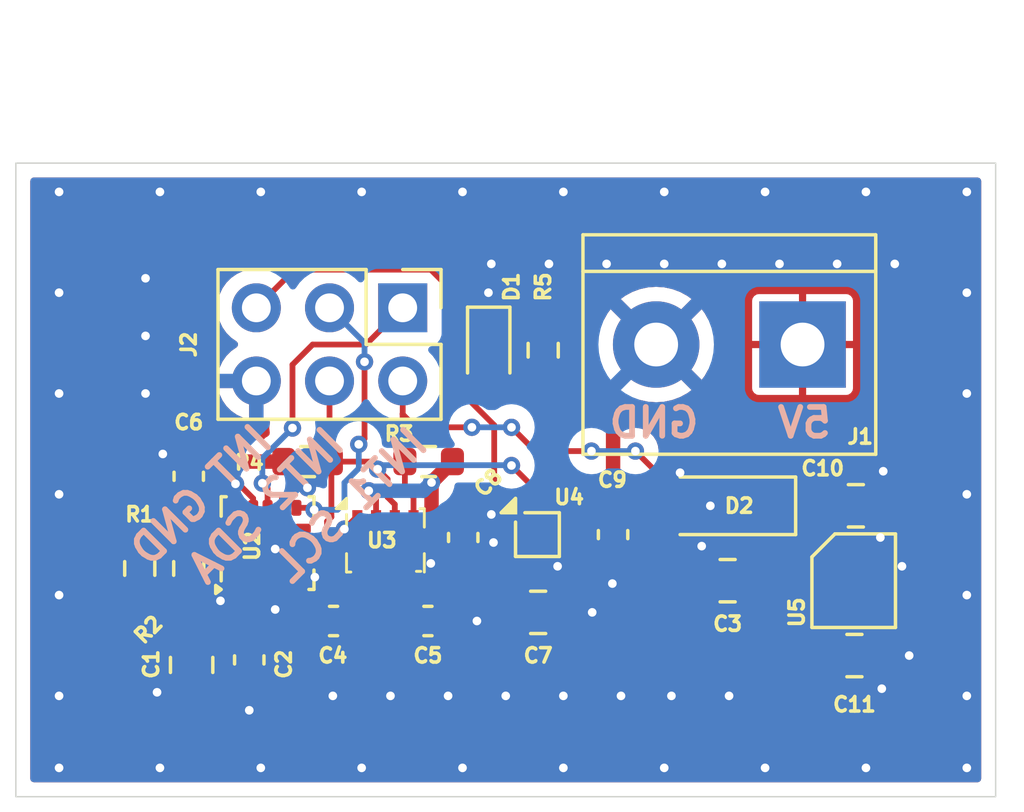
<source format=kicad_pcb>
(kicad_pcb (version 20240108) (generator "pcbnew") (generator_version "8.0")
  (layers (0 "F.Cu" signal) (31 "B.Cu" signal) (34 "B.Paste" user) (35 "F.Paste" user) (36 "B.SilkS" user "B.Silkscreen") (37 "F.SilkS" user "F.Silkscreen") (38 "B.Mask" user) (39 "F.Mask" user) (44 "Edge.Cuts" user))
  (net 0 "")
  (net 1 "GND")
  (net 2 "+1V8")
  (net 3 "VCC")
  (net 4 "Net-(U4-CRST)")
  (net 5 "/PWR_GOOD")
  (net 6 "/LIS3DH_INT1")
  (net 7 "/BMM350_INT")
  (net 8 "I2C_SDA")
  (net 9 "I2C_SCL")
  (net 10 "/LIS3DH_INT2")
  (net 11 "Net-(U2-ADC1)")
  (footprint "Resistor_SMD:R_0603_1608Metric" (layer "F.Cu") (at 148.5 74.574999 -90)
    (property "Reference" "R2" (at 2.125001 1.4 -135) (layer "F.SilkS") (effects (font (size 0.5 0.5))))
    (property "Value" "1M")
    (fp_line (start -0.237258 0.5225) (end 0.237258 0.5225) (stroke (width 0.12)) (layer "F.SilkS"))
    (fp_line (start -0.237258 -0.5225) (end 0.237258 -0.5225) (stroke (width 0.12)) (layer "F.SilkS"))
    (pad "1" smd roundrect (at -0.825 0 270) (size 0.8 0.95) (layers "F.Cu" "F.Paste" "F.Mask") (net 11 "Net-(U2-ADC1)"))
    (pad "2" smd roundrect (at 0.825 0 270) (size 0.8 0.95) (layers "F.Cu" "F.Paste" "F.Mask") (net 1 "GND"))
  )
  (footprint "Package_LGA:LGA-16_3x3mm_P0.5mm_LayoutBorder3x5y" (layer "F.Cu") (at 151.235001 73.695 90)
    (property "Reference" "U2" (at -0.105 -0.535001 90) (layer "F.SilkS") (effects (font (size 0.5 0.5))))
    (property "Value" "LIS3DH")
    (fp_line (start 1.61 -1.61) (end 1.61 -1.435) (stroke (width 0.12)) (layer "F.SilkS"))
    (fp_line (start 0.935 -1.61) (end 1.61 -1.61) (stroke (width 0.12)) (layer "F.SilkS"))
    (fp_line (start -0.935 -1.61) (end -1.31 -1.61) (stroke (width 0.12)) (layer "F.SilkS"))
    (fp_line (start 1.61 1.61) (end 1.61 1.435) (stroke (width 0.12)) (layer "F.SilkS"))
    (fp_line (start 0.935 1.61) (end 1.61 1.61) (stroke (width 0.12)) (layer "F.SilkS"))
    (fp_line (start -0.935 1.61) (end -1.61 1.61) (stroke (width 0.12)) (layer "F.SilkS"))
    (fp_line (start -1.61 1.61) (end -1.61 1.435) (stroke (width 0.12)) (layer "F.SilkS"))
    (fp_poly (pts (xy -1.61 -1.61) (xy -1.75 -1.8) (xy -1.47 -1.8) (xy -1.61 -1.61)) (stroke (width 0.12)) (fill solid) (layer "F.SilkS"))
    (pad "1" smd roundrect (at -1.225 -1 90) (size 0.55 0.35) (layers "F.Cu" "F.Paste" "F.Mask") (net 2 "+1V8"))
    (pad "2" smd roundrect (at -1.225 -0.5 90) (size 0.55 0.35) (layers "F.Cu" "F.Paste" "F.Mask"))
    (pad "3" smd roundrect (at -1.225 0 90) (size 0.55 0.35) (layers "F.Cu" "F.Paste" "F.Mask"))
    (pad "4" smd roundrect (at -1.225 0.5 90) (size 0.55 0.35) (layers "F.Cu" "F.Paste" "F.Mask") (net 9 "I2C_SCL"))
    (pad "5" smd roundrect (at -1.225 1 90) (size 0.55 0.35) (layers "F.Cu" "F.Paste" "F.Mask") (net 1 "GND"))
    (pad "6" smd roundrect (at -0.5 1.225 90) (size 0.35 0.55) (layers "F.Cu" "F.Paste" "F.Mask") (net 8 "I2C_SDA"))
    (pad "7" smd roundrect (at 0 1.225 90) (size 0.35 0.55) (layers "F.Cu" "F.Paste" "F.Mask") (net 1 "GND"))
    (pad "8" smd roundrect (at 0.5 1.225 90) (size 0.35 0.55) (layers "F.Cu" "F.Paste" "F.Mask") (net 2 "+1V8"))
    (pad "9" smd roundrect (at 1.225 1 90) (size 0.55 0.35) (layers "F.Cu" "F.Paste" "F.Mask") (net 10 "/LIS3DH_INT2"))
    (pad "10" smd roundrect (at 1.225 0.5 90) (size 0.55 0.35) (layers "F.Cu" "F.Paste" "F.Mask") (net 1 "GND"))
    (pad "11" smd roundrect (at 1.225 0 90) (size 0.55 0.35) (layers "F.Cu" "F.Paste" "F.Mask") (net 6 "/LIS3DH_INT1"))
    (pad "12" smd roundrect (at 1.225 -0.5 90) (size 0.55 0.35) (layers "F.Cu" "F.Paste" "F.Mask") (net 1 "GND"))
    (pad "13" smd roundrect (at 1.225 -1 90) (size 0.55 0.35) (layers "F.Cu" "F.Paste" "F.Mask"))
    (pad "14" smd roundrect (at 0.5 -1.225 90) (size 0.35 0.55) (layers "F.Cu" "F.Paste" "F.Mask") (net 2 "+1V8"))
    (pad "15" smd roundrect (at 0 -1.225 90) (size 0.35 0.55) (layers "F.Cu" "F.Paste" "F.Mask"))
    (pad "16" smd roundrect (at -0.5 -1.225 90) (size 0.35 0.55) (layers "F.Cu" "F.Paste" "F.Mask") (net 11 "Net-(U2-ADC1)"))
  )
  (footprint "Capacitor_SMD:C_0603_1608Metric" (layer "F.Cu") (at 153.525 76.4)
    (property "Reference" "C4" (at -0.025 1.2 0) (layer "F.SilkS") (effects (font (size 0.5 0.5))))
    (property "Value" "100nF")
    (fp_line (start -0.14058 -0.51) (end 0.14058 -0.51) (stroke (width 0.12)) (layer "F.SilkS"))
    (fp_line (start -0.14058 0.51) (end 0.14058 0.51) (stroke (width 0.12)) (layer "F.SilkS"))
    (pad "1" smd roundrect (at -0.775 0) (size 0.9 0.95) (layers "F.Cu" "F.Paste" "F.Mask") (net 1 "GND"))
    (pad "2" smd roundrect (at 0.775 0) (size 0.9 0.95) (layers "F.Cu" "F.Paste" "F.Mask") (net 2 "+1V8"))
  )
  (footprint "Resistor_SMD:R_0603_1608Metric" (layer "F.Cu") (at 146.8 74.575 90)
    (property "Reference" "R1" (at 1.875 0 180) (layer "F.SilkS") (effects (font (size 0.5 0.5))))
    (property "Value" "1M")
    (fp_line (start -0.237258 -0.5225) (end 0.237258 -0.5225) (stroke (width 0.12)) (layer "F.SilkS"))
    (fp_line (start -0.237258 0.5225) (end 0.237258 0.5225) (stroke (width 0.12)) (layer "F.SilkS"))
    (pad "1" smd roundrect (at -0.825 0 90) (size 0.8 0.95) (layers "F.Cu" "F.Paste" "F.Mask") (net 2 "+1V8"))
    (pad "2" smd roundrect (at 0.825 0 90) (size 0.8 0.95) (layers "F.Cu" "F.Paste" "F.Mask") (net 11 "Net-(U2-ADC1)"))
  )
  (footprint "Capacitor_SMD:C_0805_2012Metric" (layer "F.Cu") (at 167.2 75 180)
    (property "Reference" "C3" (at 0 -1.5 360) (layer "F.SilkS") (effects (font (size 0.5 0.5))))
    (property "Value" "10uF")
    (fp_line (start -0.261253 0.735) (end 0.261253 0.735) (stroke (width 0.12)) (layer "F.SilkS"))
    (fp_line (start -0.261253 -0.735) (end 0.261253 -0.735) (stroke (width 0.12)) (layer "F.SilkS"))
    (pad "1" smd roundrect (at -0.949999 0 180) (size 1 1.45) (layers "F.Cu" "F.Paste" "F.Mask") (net 3 "VCC"))
    (pad "2" smd roundrect (at 0.949999 0 180) (size 1 1.45) (layers "F.Cu" "F.Paste" "F.Mask") (net 1 "GND"))
  )
  (footprint "Package_LGA:Bosch_LGA-8_2x2.5mm_P0.65mm_ClockwisePinNumbering" (layer "F.Cu") (at 155.325 73.6)
    (property "Reference" "U3" (at -0.125 0 0) (layer "F.SilkS") (effects (font (size 0.5 0.5) (thickness 0.125))))
    (property "Value" "BMP280")
    (fp_line (start -1.35 -0.46) (end -1.35 -0.9) (stroke (width 0.1)) (layer "F.SilkS"))
    (fp_line (start -1.35 1.1) (end -1.35 0.46) (stroke (width 0.1)) (layer "F.SilkS"))
    (fp_line (start -1.35 1.1) (end -1.2 1.1) (stroke (width 0.1)) (layer "F.SilkS"))
    (fp_line (start 1.075 1.075) (end 1.225 1.075) (stroke (width 0.1)) (layer "F.SilkS"))
    (fp_line (start 1.2 -1.1) (end 1.35 -1.1) (stroke (width 0.1)) (layer "F.SilkS"))
    (fp_line (start 1.35 -0.46) (end 1.35 -1.1) (stroke (width 0.1)) (layer "F.SilkS"))
    (fp_line (start 1.35 1.1) (end 1.35 0.46) (stroke (width 0.1)) (layer "F.SilkS"))
    (fp_poly (pts (xy -1.35 -1.1) (xy -1.71 -1.1) (xy -1.35 -1.46) (xy -1.35 -1.1)) (stroke (width 0.1)) (fill solid) (layer "F.SilkS"))
    (pad "1" smd rect (at -0.975 -0.8 90) (size 0.5 0.35) (layers "F.Cu" "F.Paste" "F.Mask") (net 1 "GND"))
    (pad "2" smd rect (at -0.325 -0.8 90) (size 0.5 0.35) (layers "F.Cu" "F.Paste" "F.Mask") (net 2 "+1V8"))
    (pad "3" smd rect (at 0.325 -0.8 90) (size 0.5 0.35) (layers "F.Cu" "F.Paste" "F.Mask") (net 8 "I2C_SDA"))
    (pad "4" smd rect (at 0.975 -0.8 90) (size 0.5 0.35) (layers "F.Cu" "F.Paste" "F.Mask") (net 9 "I2C_SCL"))
    (pad "5" smd rect (at 0.975 0.8 90) (size 0.5 0.35) (layers "F.Cu" "F.Paste" "F.Mask") (net 1 "GND"))
    (pad "6" smd rect (at 0.325 0.8 90) (size 0.5 0.35) (layers "F.Cu" "F.Paste" "F.Mask") (net 2 "+1V8"))
    (pad "7" smd rect (at -0.325 0.8 90) (size 0.5 0.35) (layers "F.Cu" "F.Paste" "F.Mask") (net 1 "GND"))
    (pad "8" smd rect (at -0.975 0.8 90) (size 0.5 0.35) (layers "F.Cu" "F.Paste" "F.Mask") (net 2 "+1V8"))
  )
  (footprint "Capacitor_SMD:C_0603_1608Metric" (layer "F.Cu") (at 163.225 73.4 90)
    (property "Reference" "C9" (at 1.9 -0.025 180) (layer "F.SilkS") (effects (font (size 0.5 0.5))))
    (property "Value" "100nF")
    (fp_line (start -0.140581 -0.51) (end 0.140581 -0.51) (stroke (width 0.12)) (layer "F.SilkS"))
    (fp_line (start -0.140581 0.51) (end 0.140581 0.51) (stroke (width 0.12)) (layer "F.SilkS"))
    (pad "1" smd roundrect (at -0.775 0 90) (size 0.9 0.95) (layers "F.Cu" "F.Paste" "F.Mask") (net 1 "GND"))
    (pad "2" smd roundrect (at 0.775 0 90) (size 0.9 0.95) (layers "F.Cu" "F.Paste" "F.Mask") (net 2 "+1V8"))
  )
  (footprint "Capacitor_SMD:C_0805_2012Metric" (layer "F.Cu") (at 171.65 72.4)
    (property "Reference" "C10" (at -1.15 -1.3 360) (layer "F.SilkS") (effects (font (size 0.5 0.5))))
    (property "Value" "4.7uF")
    (fp_line (start -0.261253 -0.735) (end 0.261253 -0.735) (stroke (width 0.12)) (layer "F.SilkS"))
    (fp_line (start -0.261253 0.735) (end 0.261253 0.735) (stroke (width 0.12)) (layer "F.SilkS"))
    (pad "1" smd roundrect (at -0.949999 0) (size 1 1.45) (layers "F.Cu" "F.Paste" "F.Mask") (net 3 "VCC"))
    (pad "2" smd roundrect (at 0.949999 0) (size 1 1.45) (layers "F.Cu" "F.Paste" "F.Mask") (net 1 "GND"))
  )
  (footprint "Connector_PinHeader_2.54mm:PinHeader_2x03_P2.54mm_Vertical" (layer "F.Cu") (at 155.925 65.525 -90)
    (property "Reference" "J2" (at 1.275 7.425 90) (layer "F.SilkS") (effects (font (size 0.5 0.5))))
    (property "Value" "Conn_02x03_Counter_Clockwise")
    (fp_line (start -1.33 6.409999) (end 3.87 6.41) (stroke (width 0.12)) (layer "F.SilkS"))
    (fp_line (start -1.33 1.270001) (end -1.33 6.409999) (stroke (width 0.12)) (layer "F.SilkS"))
    (fp_line (start -1.33 1.270001) (end 1.27 1.27) (stroke (width 0.12)) (layer "F.SilkS"))
    (fp_line (start 1.27 1.27) (end 1.270001 -1.33) (stroke (width 0.12)) (layer "F.SilkS"))
    (fp_line (start -1.33 0) (end -1.33 -1.33) (stroke (width 0.12)) (layer "F.SilkS"))
    (fp_line (start -1.33 -1.33) (end 0 -1.33) (stroke (width 0.12)) (layer "F.SilkS"))
    (fp_line (start 1.270001 -1.33) (end 3.87 -1.33) (stroke (width 0.12)) (layer "F.SilkS"))
    (fp_line (start 3.87 -1.33) (end 3.87 6.41) (stroke (width 0.12)) (layer "F.SilkS"))
    (pad "1" thru_hole rect (at 0 0 270) (size 1.7 1.7) (drill 1) (layers "*.Cu" "*.Mask") (net 6 "/LIS3DH_INT1"))
    (pad "2" thru_hole oval (at 2.54 0 270) (size 1.7 1.7) (drill 1) (layers "*.Cu" "*.Mask") (net 9 "I2C_SCL"))
    (pad "3" thru_hole oval (at 0 2.54 270) (size 1.7 1.7) (drill 1) (layers "*.Cu" "*.Mask") (net 10 "/LIS3DH_INT2"))
    (pad "4" thru_hole oval (at 2.54 2.54 270) (size 1.7 1.7) (drill 1) (layers "*.Cu" "*.Mask") (net 8 "I2C_SDA"))
    (pad "5" thru_hole oval (at 0 5.079999 270) (size 1.7 1.7) (drill 1) (layers "*.Cu" "*.Mask") (net 7 "/BMM350_INT"))
    (pad "6" thru_hole oval (at 2.54 5.08 270) (size 1.7 1.7) (drill 1) (layers "*.Cu" "*.Mask") (net 1 "GND"))
  )
  (footprint "Capacitor_SMD:C_0603_1608Metric" (layer "F.Cu") (at 158.025 73.5 90)
    (property "Reference" "C8" (at 1.9 0.875 -135) (layer "F.SilkS") (effects (font (size 0.5 0.5))))
    (property "Value" "100nF")
    (fp_line (start -0.140581 -0.51) (end 0.140581 -0.51) (stroke (width 0.12)) (layer "F.SilkS"))
    (fp_line (start -0.140581 0.51) (end 0.140581 0.51) (stroke (width 0.12)) (layer "F.SilkS"))
    (pad "1" smd roundrect (at -0.775 0 90) (size 0.9 0.95) (layers "F.Cu" "F.Paste" "F.Mask") (net 2 "+1V8"))
    (pad "2" smd roundrect (at 0.775 0 90) (size 0.9 0.95) (layers "F.Cu" "F.Paste" "F.Mask") (net 1 "GND"))
  )
  (footprint "Resistor_SMD:R_0603_1608Metric" (layer "F.Cu") (at 156.825 70.865 180)
    (property "Reference" "R3" (at 1.025 0.965 360) (layer "F.SilkS") (effects (font (size 0.5 0.5))))
    (property "Value" "10k")
    (fp_line (start -0.237258 0.5225) (end 0.237258 0.5225) (stroke (width 0.12)) (layer "F.SilkS"))
    (fp_line (start -0.237258 -0.5225) (end 0.237258 -0.5225) (stroke (width 0.12)) (layer "F.SilkS"))
    (pad "1" smd roundrect (at -0.825 0 180) (size 0.8 0.95) (layers "F.Cu" "F.Paste" "F.Mask") (net 2 "+1V8"))
    (pad "2" smd roundrect (at 0.825 0 180) (size 0.8 0.95) (layers "F.Cu" "F.Paste" "F.Mask") (net 9 "I2C_SCL"))
  )
  (footprint "LED_SMD:LED_0603_1608Metric" (layer "F.Cu") (at 158.91 66.987501 -90)
    (property "Reference" "D1" (at -2.187501 -0.79 90) (layer "F.SilkS") (effects (font (size 0.5 0.5))))
    (property "Value" "LED")
    (fp_line (start -1.485 0.735) (end 0.8 0.735) (stroke (width 0.12)) (layer "F.SilkS"))
    (fp_line (start -1.485 -0.735) (end -1.485 0.735) (stroke (width 0.12)) (layer "F.SilkS"))
    (fp_line (start 0.8 -0.735) (end -1.485 -0.735) (stroke (width 0.12)) (layer "F.SilkS"))
    (pad "1" smd roundrect (at -0.787501 0 270) (size 0.875 0.95) (layers "F.Cu" "F.Paste" "F.Mask") (net 1 "GND"))
    (pad "2" smd roundrect (at 0.787501 0 270) (size 0.875 0.95) (layers "F.Cu" "F.Paste" "F.Mask") (net 5 "/PWR_GOOD"))
  )
  (footprint "Capacitor_SMD:C_0805_2012Metric" (layer "F.Cu") (at 160.625 76.1 180)
    (property "Reference" "C7" (at 0 -1.5 360) (layer "F.SilkS") (effects (font (size 0.5 0.5))))
    (property "Value" "2.2uF")
    (fp_line (start -0.261253 0.735) (end 0.261253 0.735) (stroke (width 0.12)) (layer "F.SilkS"))
    (fp_line (start -0.261253 -0.735) (end 0.261253 -0.735) (stroke (width 0.12)) (layer "F.SilkS"))
    (pad "1" smd roundrect (at -0.949999 0 180) (size 1 1.45) (layers "F.Cu" "F.Paste" "F.Mask") (net 1 "GND"))
    (pad "2" smd roundrect (at 0.949999 0 180) (size 1 1.45) (layers "F.Cu" "F.Paste" "F.Mask") (net 4 "Net-(U4-CRST)"))
  )
  (footprint "TerminalBlock:TerminalBlock_bornier-2_P5.08mm" (layer "F.Cu") (at 169.8 66.8 180)
    (property "Reference" "J1" (at -2 -3.2 360) (layer "F.SilkS") (effects (font (size 0.5 0.5))))
    (property "Value" "Screw_Terminal_01x02")
    (fp_line (start 7.62 3.81) (end 7.62 -3.81) (stroke (width 0.12)) (layer "F.SilkS"))
    (fp_line (start 7.62 2.54) (end -2.54 2.54) (stroke (width 0.12)) (layer "F.SilkS"))
    (fp_line (start 7.62 -3.81) (end -2.54 -3.81) (stroke (width 0.12)) (layer "F.SilkS"))
    (fp_line (start -2.54 3.81) (end 7.62 3.81) (stroke (width 0.12)) (layer "F.SilkS"))
    (fp_line (start -2.54 -3.81) (end -2.54 3.81) (stroke (width 0.12)) (layer "F.SilkS"))
    (pad "1" thru_hole rect (at 0 0 180) (size 3 3) (drill 1.52) (layers "*.Cu" "*.Mask") (net 3 "VCC"))
    (pad "2" thru_hole circle (at 5.079999 0 180) (size 3 3) (drill 1.52) (layers "*.Cu" "*.Mask") (net 1 "GND"))
  )
  (footprint "Capacitor_SMD:C_0805_2012Metric" (layer "F.Cu") (at 171.6 77.6)
    (property "Reference" "C11" (at 0 1.7 360) (layer "F.SilkS") (effects (font (size 0.5 0.5))))
    (property "Value" "22uF")
    (fp_line (start -0.261253 -0.735) (end 0.261253 -0.735) (stroke (width 0.12)) (layer "F.SilkS"))
    (fp_line (start -0.261253 0.735) (end 0.261253 0.735) (stroke (width 0.12)) (layer "F.SilkS"))
    (pad "1" smd roundrect (at -0.949999 0) (size 1 1.45) (layers "F.Cu" "F.Paste" "F.Mask") (net 2 "+1V8"))
    (pad "2" smd roundrect (at 0.949999 0) (size 1 1.45) (layers "F.Cu" "F.Paste" "F.Mask") (net 1 "GND"))
  )
  (footprint "Resistor_SMD:R_0603_1608Metric" (layer "F.Cu") (at 152.625 70.865)
    (property "Reference" "R4" (at -2.025 0.035 0) (layer "F.SilkS") (effects (font (size 0.5 0.5))))
    (property "Value" "10k")
    (fp_line (start -0.237258 -0.5225) (end 0.237258 -0.5225) (stroke (width 0.12)) (layer "F.SilkS"))
    (fp_line (start -0.237258 0.5225) (end 0.237258 0.5225) (stroke (width 0.12)) (layer "F.SilkS"))
    (pad "1" smd roundrect (at -0.825 0) (size 0.8 0.95) (layers "F.Cu" "F.Paste" "F.Mask") (net 2 "+1V8"))
    (pad "2" smd roundrect (at 0.825 0) (size 0.8 0.95) (layers "F.Cu" "F.Paste" "F.Mask") (net 8 "I2C_SDA"))
  )
  (footprint "Package_CSP:WLCSP-9_1.21x1.22mm_P0.4mm" (layer "F.Cu") (at 160.6 73.4)
    (property "Reference" "U4" (at 1.1 -1.3 0) (layer "F.SilkS") (effects (font (size 0.5 0.5))))
    (property "Value" "BMM350")
    (fp_line (start -0.76 0.76) (end -0.76 -0.435) (stroke (width 0.12)) (layer "F.SilkS"))
    (fp_line (start -0.435 -0.76) (end 0.76 -0.76) (stroke (width 0.12)) (layer "F.SilkS"))
    (fp_line (start 0.76 -0.76) (end 0.76 0.76) (stroke (width 0.12)) (layer "F.SilkS"))
    (fp_line (start 0.76 0.76) (end -0.76 0.76) (stroke (width 0.12)) (layer "F.SilkS"))
    (fp_poly (pts (xy -0.76 -0.76) (xy -1.26 -0.76) (xy -0.76 -1.26) (xy -0.76 -0.76)) (stroke (width 0.12)) (fill solid) (layer "F.SilkS"))
    (pad "A1" smd circle (at -0.4 -0.4) (size 0.2 0.2) (property pad_prop_bga) (layers "F.Cu" "F.Paste" "F.Mask") (net 7 "/BMM350_INT"))
    (pad "A2" smd circle (at 0 -0.4) (size 0.2 0.2) (property pad_prop_bga) (layers "F.Cu" "F.Paste" "F.Mask") (net 8 "I2C_SDA"))
    (pad "A3" smd circle (at 0.4 -0.4) (size 0.2 0.2) (property pad_prop_bga) (layers "F.Cu" "F.Paste" "F.Mask") (net 9 "I2C_SCL"))
    (pad "B1" smd circle (at -0.4 0) (size 0.2 0.2) (property pad_prop_bga) (layers "F.Cu" "F.Paste" "F.Mask") (net 1 "GND"))
    (pad "B2" smd circle (at 0 0) (size 0.2 0.2) (property pad_prop_bga) (layers "F.Cu" "F.Paste" "F.Mask") (net 1 "GND"))
    (pad "B3" smd circle (at 0.4 0) (size 0.2 0.2) (property pad_prop_bga) (layers "F.Cu" "F.Paste" "F.Mask") (net 2 "+1V8"))
    (pad "C1" smd circle (at -0.4 0.4) (size 0.2 0.2) (property pad_prop_bga) (layers "F.Cu" "F.Paste" "F.Mask") (net 2 "+1V8"))
    (pad "C2" smd circle (at 0 0.4) (size 0.2 0.2) (property pad_prop_bga) (layers "F.Cu" "F.Paste" "F.Mask") (net 4 "Net-(U4-CRST)"))
    (pad "C3" smd circle (at 0.4 0.4) (size 0.2 0.2) (property pad_prop_bga) (layers "F.Cu" "F.Paste" "F.Mask") (net 1 "GND"))
  )
  (footprint "Capacitor_SMD:C_0603_1608Metric" (layer "F.Cu") (at 148.5 71.375 -90)
    (property "Reference" "C6" (at -1.875 0 180) (layer "F.SilkS") (effects (font (size 0.5 0.5))))
    (property "Value" "100nF")
    (fp_line (start -0.140581 0.51) (end 0.140581 0.51) (stroke (width 0.12)) (layer "F.SilkS"))
    (fp_line (start -0.140581 -0.51) (end 0.140581 -0.51) (stroke (width 0.12)) (layer "F.SilkS"))
    (pad "1" smd roundrect (at -0.775 0 270) (size 0.9 0.95) (layers "F.Cu" "F.Paste" "F.Mask") (net 1 "GND"))
    (pad "2" smd roundrect (at 0.775 0 270) (size 0.9 0.95) (layers "F.Cu" "F.Paste" "F.Mask") (net 2 "+1V8"))
  )
  (footprint "Capacitor_SMD:C_0603_1608Metric" (layer "F.Cu") (at 150.6 77.75 90)
    (property "Reference" "C2" (at -0.15 1.2 90) (layer "F.SilkS") (effects (font (size 0.5 0.5))))
    (property "Value" "100nF")
    (fp_line (start -0.140581 -0.51) (end 0.140581 -0.51) (stroke (width 0.12)) (layer "F.SilkS"))
    (fp_line (start -0.140581 0.51) (end 0.140581 0.51) (stroke (width 0.12)) (layer "F.SilkS"))
    (pad "1" smd roundrect (at -0.775 0 90) (size 0.9 0.95) (layers "F.Cu" "F.Paste" "F.Mask") (net 1 "GND"))
    (pad "2" smd roundrect (at 0.775 0 90) (size 0.9 0.95) (layers "F.Cu" "F.Paste" "F.Mask") (net 2 "+1V8"))
  )
  (footprint "Resistor_SMD:R_0603_1608Metric" (layer "F.Cu") (at 160.8 66.997501 -90)
    (property "Reference" "R5" (at -2.197501 0 90) (layer "F.SilkS") (effects (font (size 0.5 0.5))))
    (property "Value" "100k")
    (fp_line (start -0.237258 0.5225) (end 0.237258 0.5225) (stroke (width 0.12)) (layer "F.SilkS"))
    (fp_line (start -0.237258 -0.5225) (end 0.237258 -0.5225) (stroke (width 0.12)) (layer "F.SilkS"))
    (pad "1" smd roundrect (at -0.825 0 270) (size 0.8 0.95) (layers "F.Cu" "F.Paste" "F.Mask") (net 2 "+1V8"))
    (pad "2" smd roundrect (at 0.825 0 270) (size 0.8 0.95) (layers "F.Cu" "F.Paste" "F.Mask") (net 5 "/PWR_GOOD"))
  )
  (footprint "Capacitor_SMD:C_0603_1608Metric" (layer "F.Cu") (at 156.8 76.4 180)
    (property "Reference" "C5" (at 0 -1.2 360) (layer "F.SilkS") (effects (font (size 0.5 0.5))))
    (property "Value" "100nF")
    (fp_line (start -0.140581 0.51) (end 0.140581 0.51) (stroke (width 0.12)) (layer "F.SilkS"))
    (fp_line (start -0.140581 -0.51) (end 0.140581 -0.51) (stroke (width 0.12)) (layer "F.SilkS"))
    (pad "1" smd roundrect (at -0.775 0 180) (size 0.9 0.95) (layers "F.Cu" "F.Paste" "F.Mask") (net 1 "GND"))
    (pad "2" smd roundrect (at 0.775 0 180) (size 0.9 0.95) (layers "F.Cu" "F.Paste" "F.Mask") (net 2 "+1V8"))
  )
  (footprint "imu-geoloc_lib:uSIP10" (layer "F.Cu") (at 171.575 75 -90)
    (property "Reference" "U5" (at 1.1 1.975 90) (layer "F.SilkS") (effects (font (size 0.5 0.5))))
    (property "Value" "TPSM828212SILR")
    (fp_line (start -0.825 1.45) (end -1.625 0.65) (stroke (width 0.12)) (layer "F.SilkS"))
    (fp_line (start 1.625 1.45) (end -0.825 1.45) (stroke (width 0.12)) (layer "F.SilkS"))
    (fp_line (start -1.625 0.65) (end -1.625 -1.45) (stroke (width 0.12)) (layer "F.SilkS"))
    (fp_line (start -1.625 -1.45) (end 1.625 -1.45) (stroke (width 0.12)) (layer "F.SilkS"))
    (fp_line (start 1.625 -1.45) (end 1.625 1.45) (stroke (width 0.12)) (layer "F.SilkS"))
    (pad "1" smd rect (at -1 0.625 270) (size 0.25 0.65) (layers "F.Cu" "F.Paste" "F.Mask") (net 3 "VCC"))
    (pad "2" smd rect (at -0.5 0.625 270) (size 0.25 0.65) (layers "F.Cu" "F.Paste" "F.Mask") (net 3 "VCC"))
    (pad "3" smd rect (at 0 0.625 270) (size 0.25 0.65) (layers "F.Cu" "F.Paste" "F.Mask") (net 3 "VCC"))
    (pad "4" smd rect (at 0.5 0.625 270) (size 0.25 0.65) (layers "F.Cu" "F.Paste" "F.Mask") (net 5 "/PWR_GOOD"))
    (pad "5" smd rect (at 1 0.625 270) (size 0.25 0.65) (layers "F.Cu" "F.Paste" "F.Mask") (net 2 "+1V8"))
    (pad "6" smd rect (at 1 -0.625 270) (size 0.25 0.65) (layers "F.Cu" "F.Paste" "F.Mask") (net 2 "+1V8"))
    (pad "7" smd rect (at 0.5 -0.625 270) (size 0.25 0.65) (layers "F.Cu" "F.Paste" "F.Mask") (net 2 "+1V8"))
    (pad "8" smd rect (at 0 -0.625 270) (size 0.25 0.65) (layers "F.Cu" "F.Paste" "F.Mask") (net 2 "+1V8"))
    (pad "9" smd rect (at -0.5 -0.625 270) (size 0.25 0.65) (layers "F.Cu" "F.Paste" "F.Mask") (net 1 "GND"))
    (pad "10" smd rect (at -1 -0.625 270) (size 0.25 0.65) (layers "F.Cu" "F.Paste" "F.Mask") (net 1 "GND"))
  )
  (footprint "Capacitor_SMD:C_0805_2012Metric" (layer "F.Cu") (at 148.6 77.925 90)
    (property "Reference" "C1" (at 0.025 -1.4 90) (layer "F.SilkS") (effects (font (size 0.5 0.5))))
    (property "Value" "10uF")
    (fp_line (start -0.261253 -0.735) (end 0.261253 -0.735) (stroke (width 0.12)) (layer "F.SilkS"))
    (fp_line (start -0.261253 0.735) (end 0.261253 0.735) (stroke (width 0.12)) (layer "F.SilkS"))
    (pad "1" smd roundrect (at -0.949999 0 90) (size 1 1.45) (layers "F.Cu" "F.Paste" "F.Mask") (net 1 "GND"))
    (pad "2" smd roundrect (at 0.949999 0 90) (size 1 1.45) (layers "F.Cu" "F.Paste" "F.Mask") (net 2 "+1V8"))
  )
  (footprint "Diode_SMD:D_SOD-123" (layer "F.Cu") (at 167.2 72.4 180)
    (property "Reference" "D2" (at -0.4 0 360) (layer "F.SilkS") (effects (font (size 0.5 0.5))))
    (property "Value" "BZT52C5V1")
    (fp_line (start -2.36 1) (end 1.65 1) (stroke (width 0.12)) (layer "F.SilkS"))
    (fp_line (start -2.36 -1) (end 1.65 -1) (stroke (width 0.12)) (layer "F.SilkS"))
    (fp_line (start -2.36 -1) (end -2.36 1) (stroke (width 0.12)) (layer "F.SilkS"))
    (pad "1" smd roundrect (at -1.65 0 180) (size 0.9 1.2) (layers "F.Cu" "F.Paste" "F.Mask") (net 3 "VCC"))
    (pad "2" smd roundrect (at 1.65 0 180) (size 0.9 1.2) (layers "F.Cu" "F.Paste" "F.Mask") (net 1 "GND"))
  )
  (gr_rect (start 142.5 60.5) (end 176.5 82.5) (stroke (width 0.05)) (fill none) (layer "Edge.Cuts"))
  (gr_text "INT1 SCL" (at 157 70.3 45) (layer "B.SilkS") (effects (font (size 1 1) (thickness 0.2) (bold yes)) (justify left bottom mirror)))
  (gr_text "5V" (at 170.9 70.1 0) (layer "B.SilkS") (effects (font (size 1 1) (thickness 0.2) (bold yes)) (justify left bottom mirror)))
  (gr_text "INT GND" (at 151.6 70.2 45) (layer "B.SilkS") (effects (font (size 1 1) (thickness 0.2) (bold yes)) (justify left bottom mirror)))
  (gr_text "INT2 SDA" (at 154.1 70.3 45) (layer "B.SilkS") (effects (font (size 1 1) (thickness 0.2) (bold yes)) (justify left bottom mirror)))
  (gr_text "GND" (at 166.3 70.1 0) (layer "B.SilkS") (effects (font (size 1 1) (thickness 0.2) (bold yes)) (justify left bottom mirror)))
  (segment (start 172.2 74.5) (end 173.25 74.5) (width 0.2) (layer "F.Cu") (net 1))
  (segment (start 152.75 76.4) (end 151.9 76.4) (width 0.2) (layer "F.Cu") (net 1))
  (segment (start 161.3 74.5) (end 161.3 74.1) (width 0.2) (layer "F.Cu") (net 1))
  (segment (start 172.2 74) (end 172.2 73.8) (width 0.2) (layer "F.Cu") (net 1))
  (segment (start 155 74.4) (end 155 74) (width 0.2) (layer "F.Cu") (net 1))
  (segment (start 157.575 76.4) (end 158.5 76.4) (width 0.2) (layer "F.Cu") (net 1))
  (segment (start 151.705 73.695) (end 151.5 73.9) (width 0.2) (layer "F.Cu") (net 1))
  (segment (start 155 74) (end 155.15 73.85) (width 0.2) (layer "F.Cu") (net 1))
  (segment (start 155.15 73.85) (end 156.2 73.85) (width 0.2) (layer "F.Cu") (net 1))
  (segment (start 149.299999 75.399999) (end 149.6 75.7) (width 0.2) (layer "F.Cu") (net 1))
  (segment (start 156.3 74.4) (end 156.9 74.4) (width 0.2) (layer "F.Cu") (net 1))
  (segment (start 158.91 66.2) (end 158.91 65.01) (width 0.2) (layer "F.Cu") (net 1))
  (segment (start 163.225 74.175) (end 163.225 75.075) (width 0.2) (layer "F.Cu") (net 1))
  (segment (start 161.574999 76.1) (end 162.5 76.1) (width 0.2) (layer "F.Cu") (net 1))
  (segment (start 163.225 75.075) (end 163.2 75.1) (width 0.2) (layer "F.Cu") (net 1))
  (segment (start 172.6 71.2) (end 172.599999 71.200001) (width 0.2) (layer "F.Cu") (net 1))
  (segment (start 172.2 73.8) (end 172.5 73.5) (width 0.2) (layer "F.Cu") (net 1))
  (segment (start 166.250001 75) (end 166.250001 73.849999) (width 0.5) (layer "F.Cu") (net 1))
  (segment (start 172.549999 77.6) (end 173.5 77.6) (width 0.2) (layer "F.Cu") (net 1))
  (segment (start 172.549999 78.749999) (end 172.549999 77.6) (width 0.2) (layer "F.Cu") (net 1))
  (segment (start 161.3 74.1) (end 161 73.8) (width 0.2) (layer "F.Cu") (net 1))
  (segment (start 156.2 73.85) (end 156.3 73.95) (width 0.2) (layer "F.Cu") (net 1))
  (segment (start 148.5 70.6) (end 147.6 70.6) (width 0.2) (layer "F.Cu") (net 1))
  (segment (start 151.735001 72.144568) (end 152.106069 71.7735) (width 0.2) (layer "F.Cu") (net 1))
  (segment (start 166.250001 73.849999) (end 166.3 73.8) (width 0.5) (layer "F.Cu") (net 1))
  (segment (start 172.599999 71.200001) (end 172.599999 72.4) (width 0.2) (layer "F.Cu") (net 1))
  (segment (start 151.9 76.4) (end 151.5 76) (width 0.2) (layer "F.Cu") (net 1))
  (segment (start 152.106069 71.7735) (end 152.617473 71.7735) (width 0.2) (layer "F.Cu") (net 1))
  (segment (start 156.3 73.95) (end 156.3 74.4) (width 0.2) (layer "F.Cu") (net 1))
  (segment (start 150.6 78.525) (end 150.6 79.5) (width 0.2) (layer "F.Cu") (net 1))
  (segment (start 153.9 73.208392) (end 154.308392 72.8) (width 0.2) (layer "F.Cu") (net 1))
  (segment (start 152.235001 74.92) (end 152.83147 74.92) (width 0.2) (layer "F.Cu") (net 1))
  (segment (start 150.228264 71.637831) (end 150.735001 72.144568) (width 0.2) (layer "F.Cu") (net 1))
  (segment (start 159.075735 73.675) (end 159.350735 73.4) (width 0.2) (layer "F.Cu") (net 1))
  (segment (start 165.55 72.4) (end 166.6 72.4) (width 0.5) (layer "F.Cu") (net 1))
  (segment (start 165.55 71.25) (end 165.55 72.4) (width 0.5) (layer "F.Cu") (net 1))
  (segment (start 158.05 72.7) (end 158.025 72.725) (width 0.5) (layer "F.Cu") (net 1))
  (segment (start 160.6 73.4) (end 160.2 73.4) (width 0.2) (layer "F.Cu") (net 1))
  (segment (start 150.735001 72.144568) (end 150.735001 72.47) (width 0.2) (layer "F.Cu") (net 1))
  (segment (start 159 72.7) (end 158.05 72.7) (width 0.5) (layer "F.Cu") (net 1))
  (segment (start 151.735001 72.47) (end 151.735001 72.144568) (width 0.2) (layer "F.Cu") (net 1))
  (segment (start 147.4 78.874999) (end 148.6 78.874999) (width 0.2) (layer "F.Cu") (net 1))
  (segment (start 150.122831 71.637831) (end 150.228264 71.637831) (width 0.2) (layer "F.Cu") (net 1))
  (segment (start 158.91 65.01) (end 158.9 65) (width 0.2) (layer "F.Cu") (net 1))
  (segment (start 152.460001 73.695) (end 151.705 73.695) (width 0.2) (layer "F.Cu") (net 1))
  (segment (start 148.5 75.399999) (end 149.299999 75.399999) (width 0.2) (layer "F.Cu") (net 1))
  (segment (start 154.308392 72.8) (end 154.35 72.8) (width 0.2) (layer "F.Cu") (net 1))
  (segment (start 159.350735 73.4) (end 160.2 73.4) (width 0.2) (layer "F.Cu") (net 1))
  (segment (start 152.83147 74.92) (end 152.875735 74.875735) (width 0.2) (layer "F.Cu") (net 1))
  (via (at 154.499998 81.5) (size 0.6) (drill 0.3) (layers "F.Cu" "B.Cu") (net 1))
  (via (at 150.6 79.5) (size 0.6) (drill 0.3) (layers "F.Cu" "B.Cu") (net 1))
  (via (at 153.9 73.208392) (size 0.6) (drill 0.3) (layers "F.Cu" "B.Cu") (net 1))
  (via (at 175.5 72.000004) (size 0.6) (drill 0.3) (layers "F.Cu" "B.Cu") (net 1))
  (via (at 144 68.499999) (size 0.6) (drill 0.3) (layers "F.Cu" "B.Cu") (net 1))
  (via (at 159.075735 73.675) (size 0.6) (drill 0.3) (layers "F.Cu" "B.Cu") (net 1))
  (via (at 166.6 72.4) (size 0.6) (drill 0.3) (layers "F.Cu" "B.Cu") (net 1))
  (via (at 147.6 70.6) (size 0.6) (drill 0.3) (layers "F.Cu" "B.Cu") (net 1))
  (via (at 172.5 73.5) (size 0.6) (drill 0.3) (layers "F.Cu" "B.Cu") (net 1))
  (via (at 165.25 79) (size 0.6) (drill 0.3) (layers "F.Cu" "B.Cu") (net 1))
  (via (at 172.000002 61.5) (size 0.6) (drill 0.3) (layers "F.Cu" "B.Cu") (net 1))
  (via (at 173 64) (size 0.6) (drill 0.3) (layers "F.Cu" "B.Cu") (net 1))
  (via (at 161.499998 81.5) (size 0.6) (drill 0.3) (layers "F.Cu" "B.Cu") (net 1))
  (via (at 149.6 75.7) (size 0.6) (drill 0.3) (layers "F.Cu" "B.Cu") (net 1))
  (via (at 171.000001 64) (size 0.6) (drill 0.3) (layers "F.Cu" "B.Cu") (net 1))
  (via (at 164.999999 61.5) (size 0.6) (drill 0.3) (layers "F.Cu" "B.Cu") (net 1))
  (via (at 175.5 65) (size 0.6) (drill 0.3) (layers "F.Cu" "B.Cu") (net 1))
  (via (at 152.617473 71.7735) (size 0.6) (drill 0.3) (layers "F.Cu" "B.Cu") (net 1))
  (via (at 158 61.5) (size 0.6) (drill 0.3) (layers "F.Cu" "B.Cu") (net 1))
  (via (at 172.549999 78.749999) (size 0.6) (drill 0.3) (layers "F.Cu" "B.Cu") (net 1))
  (via (at 151 61.5) (size 0.6) (drill 0.3) (layers "F.Cu" "B.Cu") (net 1))
  (via (at 163 64) (size 0.6) (drill 0.3) (layers "F.Cu" "B.Cu") (net 1))
  (via (at 151.5 76) (size 0.6) (drill 0.3) (layers "F.Cu" "B.Cu") (net 1))
  (via (at 144 79.000002) (size 0.6) (drill 0.3) (layers "F.Cu" "B.Cu") (net 1))
  (via (at 167.249999 79) (size 0.6) (drill 0.3) (layers "F.Cu" "B.Cu") (net 1))
  (via (at 153.5 79) (size 0.6) (drill 0.3) (layers "F.Cu" "B.Cu") (net 1))
  (via (at 144.000001 61.5) (size 0.6) (drill 0.3) (layers "F.Cu" "B.Cu") (net 1))
  (via (at 175.5 68.499999) (size 0.6) (drill 0.3) (layers "F.Cu" "B.Cu") (net 1))
  (via (at 168.499998 61.5) (size 0.6) (drill 0.3) (layers "F.Cu" "B.Cu") (net 1))
  (via (at 158.9 65) (size 0.6) (drill 0.3) (layers "F.Cu" "B.Cu") (net 1))
  (via (at 172.6 71.2) (size 0.6) (drill 0.3) (layers "F.Cu" "B.Cu") (net 1))
  (via (at 161.499999 79) (size 0.6) (drill 0.3) (layers "F.Cu" "B.Cu") (net 1))
  (via (at 158.5 76.4) (size 0.6) (drill 0.3) (layers "F.Cu" "B.Cu") (net 1))
  (via (at 151.5 73.9) (size 0.6) (drill 0.3) (layers "F.Cu" "B.Cu") (net 1))
  (via (at 164.999998 81.5) (size 0.6) (drill 0.3) (layers "F.Cu" "B.Cu") (net 1))
  (via (at 165.55 71.25) (size 0.6) (drill 0.3) (layers "F.Cu" "B.Cu") (net 1))
  (via (at 144 72.000004) (size 0.6) (drill 0.3) (layers "F.Cu" "B.Cu") (net 1))
  (via (at 163.2 75.1) (size 0.6) (drill 0.3) (layers "F.Cu" "B.Cu") (net 1))
  (via (at 147 66.5) (size 0.6) (drill 0.3) (layers "F.Cu" "B.Cu") (net 1))
  (via (at 144 65) (size 0.6) (drill 0.3) (layers "F.Cu" "B.Cu") (net 1))
  (via (at 167 64) (size 0.6) (drill 0.3) (layers "F.Cu" "B.Cu") (net 1))
  (via (at 152.875735 74.875735) (size 0.6) (drill 0.3) (layers "F.Cu" "B.Cu") (net 1))
  (via (at 159 72.7) (size 0.6) (drill 0.3) (layers "F.Cu" "B.Cu") (net 1))
  (via (at 161.499999 61.5) (size 0.6) (drill 0.3) (layers "F.Cu" "B.Cu") (net 1))
  (via (at 150.122831 71.637831) (size 0.6) (drill 0.3) (layers "F.Cu" "B.Cu") (net 1))
  (via (at 154.499999 61.5) (size 0.6) (drill 0.3) (layers "F.Cu" "B.Cu") (net 1))
  (via (at 163.5 79) (size 0.6) (drill 0.3) (layers "F.Cu" "B.Cu") (net 1))
  (via (at 160.999999 64) (size 0.6) (drill 0.3) (layers "F.Cu" "B.Cu") (net 1))
  (via (at 166.3 73.8) (size 0.6) (drill 0.3) (layers "F.Cu" "B.Cu") (net 1))
  (via (at 157.5 79) (size 0.6) (drill 0.3) (layers "F.Cu" "B.Cu") (net 1))
  (via (at 156.9 74.4) (size 0.6) (drill 0.3) (layers "F.Cu" "B.Cu") (net 1))
  (via (at 147.499999 81.5) (size 0.6) (drill 0.3) (layers "F.Cu" "B.Cu") (net 1))
  (via (at 147.4 78.874999) (size 0.6) (drill 0.3) (layers "F.Cu" "B.Cu") (net 1))
  (via (at 147 64.5) (size 0.6) (drill 0.3) (layers "F.Cu" "B.Cu") (net 1))
  (via (at 173.5 77.6) (size 0.6) (drill 0.3) (layers "F.Cu" "B.Cu") (net 1))
  (via (at 175.500001 61.5) (size 0.6) (drill 0.3) (layers "F.Cu" "B.Cu") (net 1))
  (via (at 157.999999 81.5) (size 0.6) (drill 0.3) (layers "F.Cu" "B.Cu") (net 1))
  (via (at 144 75.500003) (size 0.6) (drill 0.3) (layers "F.Cu" "B.Cu") (net 1))
  (via (at 159 64) (size 0.6) (drill 0.3) (layers "F.Cu" "B.Cu") (net 1))
  (via (at 150.999999 81.5) (size 0.6) (drill 0.3) (layers "F.Cu" "B.Cu") (net 1))
  (via (at 168.999999 64) (size 0.6) (drill 0.3) (layers "F.Cu" "B.Cu") (net 1))
  (via (at 172.000001 81.5) (size 0.6) (drill 0.3) (layers "F.Cu" "B.Cu") (net 1))
  (via (at 159.5 79) (size 0.6) (drill 0.3) (layers "F.Cu" "B.Cu") (net 1))
  (via (at 147 68.5) (size 0.6) (drill 0.3) (layers "F.Cu" "B.Cu") (net 1))
  (via (at 168.499997 81.5) (size 0.6) (drill 0.3) (layers "F.Cu" "B.Cu") (net 1))
  (via (at 144 81.5) (size 0.6) (drill 0.3) (layers "F.Cu" "B.Cu") (net 1))
  (via (at 175.5 75.500003) (size 0.6) (drill 0.3) (layers "F.Cu" "B.Cu") (net 1))
  (via (at 155.499999 79) (size 0.6) (drill 0.3) (layers "F.Cu" "B.Cu") (net 1))
  (via (at 147.5 61.5) (size 0.6) (drill 0.3) (layers "F.Cu" "B.Cu") (net 1))
  (via (at 164.999999 64) (size 0.6) (drill 0.3) (layers "F.Cu" "B.Cu") (net 1))
  (via (at 175.5 81.5) (size 0.6) (drill 0.3) (layers "F.Cu" "B.Cu") (net 1))
  (via (at 173.25 74.5) (size 0.6) (drill 0.3) (layers "F.Cu" "B.Cu") (net 1))
  (via (at 175.5 79.000002) (size 0.6) (drill 0.3) (layers "F.Cu" "B.Cu") (net 1))
  (via (at 162.5 76.1) (size 0.6) (drill 0.3) (layers "F.Cu" "B.Cu") (net 1))
  (via (at 161.3 74.5) (size 0.6) (drill 0.3) (layers "F.Cu" "B.Cu") (net 1))
  (segment (start 162.075 72.625) (end 163.225 72.625) (width 0.2) (layer "F.Cu") (net 2))
  (segment (start 166.1 77.6) (end 157.225 77.6) (width 0.5) (layer "F.Cu") (net 2))
  (segment (start 155.35 75.2) (end 155.65 74.9) (width 0.2) (layer "F.Cu") (net 2))
  (segment (start 154.8 75.2) (end 155.35 75.2) (width 0.2) (layer "F.Cu") (net 2))
  (segment (start 159.8 73.8) (end 159.325 74.275) (width 0.2) (layer "F.Cu") (net 2))
  (segment (start 146.8 75.4) (end 145.875 74.475) (width 0.5) (layer "F.Cu") (net 2))
  (segment (start 156.925 73.225) (end 157.975 74.275) (width 0.5) (layer "F.Cu") (net 2))
  (segment (start 153.1 77.6) (end 154.3 76.4) (width 0.5) (layer "F.Cu") (net 2))
  (segment (start 156.925 71.59) (end 157.65 70.865) (width 0.5) (layer "F.Cu") (net 2))
  (segment (start 146.8 75.4) (end 146.8 76.6) (width 0.5) (layer "F.Cu") (net 2))
  (segment (start 166.1 77.6) (end 165.4 77.6) (width 0.5) (layer "F.Cu") (net 2))
  (segment (start 145.875 74.475) (end 145.875 72.725) (width 0.5) (layer "F.Cu") (net 2))
  (segment (start 163.225 68.825) (end 162.3 67.9) (width 0.5) (layer "F.Cu") (net 2))
  (segment (start 164.15 76.35) (end 164.15 73.55) (width 0.5) (layer "F.Cu") (net 2))
  (segment (start 165.4 77.6) (end 164.15 76.35) (width 0.5) (layer "F.Cu") (net 2))
  (segment (start 162.3 66.6) (end 162.3 67.9) (width 0.5) (layer "F.Cu") (net 2))
  (segment (start 156.925 71.59) (end 156.925 73.225) (width 0.5) (layer "F.Cu") (net 2))
  (segment (start 170.650001 77.6) (end 166.1 77.6) (width 0.5) (layer "F.Cu") (net 2))
  (segment (start 154.4 75.6) (end 154.8 75.2) (width 0.2) (layer "F.Cu") (net 2))
  (segment (start 145.875 72.725) (end 146.45 72.15) (width 0.5) (layer "F.Cu") (net 2))
  (segment (start 155 72.130518) (end 155 72.8) (width 0.2) (layer "F.Cu") (net 2))
  (segment (start 148.6 76.975001) (end 150.599999 76.975001) (width 0.5) (layer "F.Cu") (net 2))
  (segment (start 161 73.4) (end 161.3 73.4) (width 0.2) (layer "F.Cu") (net 2))
  (segment (start 161.872501 66.172501) (end 162.3 66.6) (width 0.5) (layer "F.Cu") (net 2))
  (segment (start 158.025 74.477818) (end 156.102818 76.4) (width 0.5) (layer "F.Cu") (net 2))
  (segment (start 164.15 73.55) (end 163.225 72.625) (width 0.5) (layer "F.Cu") (net 2))
  (segment (start 154.35 75.6) (end 154.35 76.35) (width 0.2) (layer "F.Cu") (net 2))
  (segment (start 160.8 66.172501) (end 161.872501 66.172501) (width 0.5) (layer "F.Cu") (net 2))
  (segment (start 150.6 76.1) (end 150.6 76.975) (width 0.2) (layer "F.Cu") (net 2))
  (segment (start 149.545 73.195) (end 148.5 72.15) (width 0.2) (layer "F.Cu") (net 2))
  (segment (start 152.460001 73.195) (end 150.010001 73.195) (width 0.2) (layer "F.Cu") (net 2))
  (segment (start 160.2 73.8) (end 159.8 73.8) (width 0.2) (layer "F.Cu") (net 2))
  (segment (start 151.9 77.6) (end 153.1 77.6) (width 0.5) (layer "F.Cu") (net 2))
  (segment (start 148.55 72.15) (end 148.5 72.15) (width 0.5) (layer "F.Cu") (net 2))
  (segment (start 161.3 73.4) (end 162.075 72.625) (width 0.2) (layer "F.Cu") (net 2))
  (segment (start 157.975 74.275) (end 158.025 74.275) (width 0.5) (layer "F.Cu") (net 2))
  (segment (start 146.8 76.6) (end 147.175001 76.975001) (width 0.5) (layer "F.Cu") (net 2))
  (segment (start 172.2 75) (end 172.2 76) (width 0.2) (layer "F.Cu") (net 2))
  (segment (start 155.65 74.9) (end 155.65 74.4) (width 0.2) (layer "F.Cu") (net 2))
  (segment (start 146.45 72.15) (end 148.5 72.15) (width 0.5) (layer "F.Cu") (net 2))
  (segment (start 157.225 77.6) (end 156.025 76.4) (width 0.5) (layer "F.Cu") (net 2))
  (segment (start 150.599999 76.975001) (end 150.6 76.975) (width 0.5) (layer "F.Cu") (net 2))
  (segment (start 150.235001 75.735001) (end 150.6 76.1) (width 0.2) (layer "F.Cu") (net 2))
  (segment (start 159.325 74.275) (end 158.025 74.275) (width 0.2) (layer "F.Cu") (net 2))
  (segment (start 163.225 72.625) (end 163.225 68.825) (width 0.5) (layer "F.Cu") (net 2))
  (segment (start 150.6 76.975) (end 151.275 76.975) (width 0.5) (layer "F.Cu") (net 2))
  (segment (start 154.3 76.4) (end 156.025 76.4) (width 0.5) (layer "F.Cu") (net 2))
  (segment (start 154.35 75.6) (end 154.4 75.6) (width 0.2) (layer "F.Cu") (net 2))
  (segment (start 151.275 76.975) (end 151.9 77.6) (width 0.5) (layer "F.Cu") (net 2))
  (segment (start 149.835 70.865) (end 148.55 72.15) (width 0.5) (layer "F.Cu") (net 2))
  (segment (start 154.35 76.35) (end 154.3 76.4) (width 0.2) (layer "F.Cu") (net 2))
  (segment (start 147.175001 76.975001) (end 148.6 76.975001) (width 0.5) (layer "F.Cu") (net 2))
  (segment (start 151.8 70.865) (end 149.835 70.865) (width 0.5) (layer "F.Cu") (net 2))
  (segment (start 154.35 74.4) (end 154.35 75.6) (width 0.2) (layer "F.Cu") (net 2))
  (segment (start 150.010001 73.195) (end 149.545 73.195) (width 0.2) (layer "F.Cu") (net 2))
  (segment (start 158.025 74.275) (end 158.025 74.477818) (width 0.5) (layer "F.Cu") (net 2))
  (segment (start 150.235001 74.92) (end 150.235001 75.735001) (width 0.2) (layer "F.Cu") (net 2))
  (segment (start 154.747108 71.877626) (end 155 72.130518) (width 0.2) (layer "F.Cu") (net 2))
  (segment (start 170.95 76) (end 172.2 76) (width 0.2) (layer "F.Cu") (net 2))
  (segment (start 156.102818 76.4) (end 156.025 76.4) (width 0.5) (layer "F.Cu") (net 2))
  (via (at 156.925 71.59) (size 0.6) (drill 0.3) (layers "F.Cu" "B.Cu") (net 2))
  (via (at 154.747108 71.877626) (size 0.6) (drill 0.3) (layers "F.Cu" "B.Cu") (net 2))
  (segment (start 156.637374 71.877626) (end 156.925 71.59) (width 0.5) (layer "B.Cu") (net 2))
  (segment (start 154.747108 71.877626) (end 156.637374 71.877626) (width 0.5) (layer "B.Cu") (net 2))
  (segment (start 170.700001 73.200001) (end 170.95 73.45) (width 0.2) (layer "F.Cu") (net 3))
  (segment (start 170.95 74.5) (end 170 74.5) (width 0.2) (layer "F.Cu") (net 3))
  (segment (start 170.95 75) (end 170 75) (width 0.2) (layer "F.Cu") (net 3))
  (segment (start 170.95 74) (end 170 74) (width 0.2) (layer "F.Cu") (net 3))
  (segment (start 170.95 73.45) (end 170.95 74) (width 0.2) (layer "F.Cu") (net 3))
  (segment (start 170.700001 72.4) (end 170.700001 73.200001) (width 0.2) (layer "F.Cu") (net 3))
  (segment (start 159.675001 76.1) (end 159.675001 75.224999) (width 0.2) (layer "F.Cu") (net 4))
  (segment (start 160.6 74.3) (end 160.6 73.8) (width 0.2) (layer "F.Cu") (net 4))
  (segment (start 159.675001 75.224999) (end 160.6 74.3) (width 0.2) (layer "F.Cu") (net 4))
  (segment (start 161.5 70.5) (end 162.475 70.5) (width 0.2) (layer "F.Cu") (net 5))
  (segment (start 164.7 75.7) (end 165.5 76.5) (width 0.2) (layer "F.Cu") (net 5))
  (segment (start 164 70.5) (end 164.7 71.2) (width 0.2) (layer "F.Cu") (net 5))
  (segment (start 170.4 75.5) (end 170.95 75.5) (width 0.2) (layer "F.Cu") (net 5))
  (segment (start 160.8 69.8) (end 161.5 70.5) (width 0.2) (layer "F.Cu") (net 5))
  (segment (start 164.7 71.2) (end 164.7 75.7) (width 0.2) (layer "F.Cu") (net 5))
  (segment (start 160.8 67.822501) (end 160.8 69.8) (width 0.2) (layer "F.Cu") (net 5))
  (segment (start 160.8 67.822501) (end 158.957499 67.822501) (width 0.2) (layer "F.Cu") (net 5))
  (segment (start 169.4 76.5) (end 170.4 75.5) (width 0.2) (layer "F.Cu") (net 5))
  (segment (start 158.957499 67.822501) (end 158.91 67.775002) (width 0.2) (layer "F.Cu") (net 5))
  (segment (start 165.5 76.5) (end 169.4 76.5) (width 0.2) (layer "F.Cu") (net 5))
  (via (at 164 70.5) (size 0.6) (drill 0.3) (layers "F.Cu" "B.Cu") (net 5))
  (via (at 162.475 70.5) (size 0.6) (drill 0.3) (layers "F.Cu" "B.Cu") (net 5))
  (segment (start 162.475 70.5) (end 164 70.5) (width 0.2) (layer "B.Cu") (net 5))
  (segment (start 152.1 67.5) (end 152.8 66.8) (width 0.2) (layer "F.Cu") (net 6))
  (segment (start 152.8 66.8) (end 154.65 66.8) (width 0.2) (layer "F.Cu") (net 6))
  (segment (start 154.65 66.8) (end 155.925 65.525) (width 0.2) (layer "F.Cu") (net 6))
  (segment (start 152.1 69.7) (end 152.1 67.5) (width 0.2) (layer "F.Cu") (net 6))
  (segment (start 151.053961 71.615) (end 151.235001 71.79604) (width 0.2) (layer "F.Cu") (net 6))
  (segment (start 151.235001 71.79604) (end 151.235001 72.47) (width 0.2) (layer "F.Cu") (net 6))
  (via (at 151.053961 71.615) (size 0.6) (drill 0.3) (layers "F.Cu" "B.Cu") (net 6))
  (via (at 152.1 69.7) (size 0.6) (drill 0.3) (layers "F.Cu" "B.Cu") (net 6))
  (segment (start 151.053961 70.746039) (end 151.053961 71.615) (width 0.2) (layer "B.Cu") (net 6))
  (segment (start 152.1 69.7) (end 151.053961 70.746039) (width 0.2) (layer "B.Cu") (net 6))
  (segment (start 159.1 69.6) (end 157.6 68.1) (width 0.2) (layer "F.Cu") (net 7))
  (segment (start 159.1 71.9) (end 159.1 69.6) (width 0.2) (layer "F.Cu") (net 7))
  (segment (start 160.2 73) (end 159.1 71.9) (width 0.2) (layer "F.Cu") (net 7))
  (segment (start 156.9 64.2) (end 152.170001 64.2) (width 0.2) (layer "F.Cu") (net 7))
  (segment (start 157.6 64.9) (end 156.9 64.2) (width 0.2) (layer "F.Cu") (net 7))
  (segment (start 157.6 68.1) (end 157.6 64.9) (width 0.2) (layer "F.Cu") (net 7))
  (segment (start 152.170001 64.2) (end 150.845001 65.525) (width 0.2) (layer "F.Cu") (net 7))
  (segment (start 155.054554 71.127626) (end 155.4 71.473072) (width 0.2) (layer "F.Cu") (net 8))
  (segment (start 160.6 71.9) (end 160.6 73) (width 0.2) (layer "F.Cu") (net 8))
  (segment (start 155.4 72.1) (end 155.65 72.35) (width 0.2) (layer "F.Cu") (net 8))
  (segment (start 155.054554 71.127626) (end 154.791928 70.865) (width 0.2) (layer "F.Cu") (net 8))
  (segment (start 153.3 72.937493) (end 153.45 72.787493) (width 0.2) (layer "F.Cu") (net 8))
  (segment (start 155.65 72.35) (end 155.65 72.8) (width 0.2) (layer "F.Cu") (net 8))
  (segment (start 153.385 70.8) (end 153.45 70.865) (width 0.2) (layer "F.Cu") (net 8))
  (segment (start 153.45 72.787493) (end 153.45 70.865) (width 0.2) (layer "F.Cu") (net 8))
  (segment (start 152.460001 74.195) (end 153.005 74.195) (width 0.2) (layer "F.Cu") (net 8))
  (segment (start 159.7 71) (end 160.6 71.9) (width 0.2) (layer "F.Cu") (net 8))
  (segment (start 154.791928 70.865) (end 153.45 70.865) (width 0.2) (layer "F.Cu") (net 8))
  (segment (start 153.385 68.065) (end 153.385 67.415) (width 0.2) (layer "F.Cu") (net 8))
  (segment (start 155.4 71.473072) (end 155.4 72.1) (width 0.2) (layer "F.Cu") (net 8))
  (segment (start 153.3 73.9) (end 153.3 72.937493) (width 0.2) (layer "F.Cu") (net 8))
  (segment (start 153.385 68.065) (end 153.385 70.8) (width 0.2) (layer "F.Cu") (net 8))
  (segment (start 153.005 74.195) (end 153.3 73.9) (width 0.2) (layer "F.Cu") (net 8))
  (via (at 159.7 71) (size 0.6) (drill 0.3) (layers "F.Cu" "B.Cu") (net 8))
  (via (at 155.054554 71.127626) (size 0.6) (drill 0.3) (layers "F.Cu" "B.Cu") (net 8))
  (segment (start 155.19218 70.99) (end 159.69 70.99) (width 0.2) (layer "B.Cu") (net 8))
  (segment (start 159.69 70.99) (end 159.7 71) (width 0.2) (layer "B.Cu") (net 8))
  (segment (start 155.054554 71.127626) (end 155.19218 70.99) (width 0.2) (layer "B.Cu") (net 8))
  (segment (start 155.925 70.79) (end 156 70.865) (width 0.2) (layer "F.Cu") (net 9))
  (segment (start 155.925 69.2) (end 155.925 69.225) (width 0.2) (layer "F.Cu") (net 9))
  (segment (start 161 70.975735) (end 161 73) (width 0.2) (layer "F.Cu") (net 9))
  (segment (start 153.5 74.3) (end 153.5 75.1) (width 0.2) (layer "F.Cu") (net 9))
  (segment (start 154.634314 73.8) (end 154 73.8) (width 0.2) (layer "F.Cu") (net 9))
  (segment (start 156 70.865) (end 156 71.8) (width 0.2) (layer "F.Cu") (net 9))
  (segment (start 156.3 72.1) (end 156.3 72.8) (width 0.2) (layer "F.Cu") (net 9))
  (segment (start 156.374265 69.674265) (end 158.325735 69.674265) (width 0.2) (layer "F.Cu") (net 9))
  (segment (start 155.925 69.2) (end 155.925 69.325) (width 0.2) (layer "F.Cu") (net 9))
  (segment (start 155.925 69.225) (end 156.374265 69.674265) (width 0.2) (layer "F.Cu") (net 9))
  (segment (start 156 71.8) (end 156.3 72.1) (width 0.2) (layer "F.Cu") (net 9))
  (segment (start 156.05 73.45) (end 154.984314 73.45) (width 0.2) (layer "F.Cu") (net 9))
  (segment (start 156.3 73.2) (end 156.05 73.45) (width 0.2) (layer "F.Cu") (net 9))
  (segment (start 153 75.6) (end 152.089569 75.6) (width 0.2) (layer "F.Cu") (net 9))
  (segment (start 154.984314 73.45) (end 154.634314 73.8) (width 0.2) (layer "F.Cu") (net 9))
  (segment (start 153.5 75.1) (end 153 75.6) (width 0.2) (layer "F.Cu") (net 9))
  (segment (start 155.925 68.065) (end 155.925 69.2) (width 0.2) (layer "F.Cu") (net 9))
  (segment (start 156.3 72.8) (end 156.3 73.2) (width 0.2) (layer "F.Cu") (net 9))
  (segment (start 159.7 69.675735) (end 161 70.975735) (width 0.2) (layer "F.Cu") (net 9))
  (segment (start 154 73.8) (end 153.5 74.3) (width 0.2) (layer "F.Cu") (net 9))
  (segment (start 155.925 69.2) (end 155.925 70.79) (width 0.2) (layer "F.Cu") (net 9))
  (segment (start 151.735001 75.245432) (end 151.735001 74.92) (width 0.2) (layer "F.Cu") (net 9))
  (segment (start 152.089569 75.6) (end 151.735001 75.245432) (width 0.2) (layer "F.Cu") (net 9))
  (via (at 158.325735 69.674265) (size 0.6) (drill 0.3) (layers "F.Cu" "B.Cu") (net 9))
  (via (at 159.7 69.675735) (size 0.6) (drill 0.3) (layers "F.Cu" "B.Cu") (net 9))
  (segment (start 159.7 69.675735) (end 159.69853 69.674265) (width 0.2) (layer "B.Cu") (net 9))
  (segment (start 159.69853 69.674265) (end 158.325735 69.674265) (width 0.2) (layer "B.Cu") (net 9))
  (segment (start 152.235001 72.47) (end 152.781036 72.47) (width 0.2) (layer "F.Cu") (net 10))
  (segment (start 154.6 70.065) (end 154.4 70.265) (width 0.2) (layer "F.Cu") (net 10))
  (segment (start 152.781036 72.47) (end 152.85 72.538964) (width 0.2) (layer "F.Cu") (net 10))
  (segment (start 154.6 67.4) (end 154.6 70.065) (width 0.2) (layer "F.Cu") (net 10))
  (via (at 154.4 70.265) (size 0.6) (drill 0.3) (layers "F.Cu" "B.Cu") (net 10))
  (via (at 152.85 72.538964) (size 0.6) (drill 0.3) (layers "F.Cu" "B.Cu") (net 10))
  (via (at 154.6 67.4) (size 0.6) (drill 0.3) (layers "F.Cu" "B.Cu") (net 10))
  (segment (start 154.4 70.265) (end 154.4 71.1) (width 0.2) (layer "B.Cu") (net 10))
  (segment (start 153.903197 71.596803) (end 153.903197 72.296803) (width 0.2) (layer "B.Cu") (net 10))
  (segment (start 153.661036 72.538964) (end 152.85 72.538964) (width 0.2) (layer "B.Cu") (net 10))
  (segment (start 154.4 71.1) (end 153.903197 71.596803) (width 0.2) (layer "B.Cu") (net 10))
  (segment (start 153.903197 72.296803) (end 153.661036 72.538964) (width 0.2) (layer "B.Cu") (net 10))
  (segment (start 154.6 66.74) (end 154.6 67.4) (width 0.2) (layer "B.Cu") (net 10))
  (segment (start 153.385 65.525) (end 154.6 66.74) (width 0.2) (layer "B.Cu") (net 10))
  (segment (start 148.5 73.749999) (end 148.945001 74.195) (width 0.2) (layer "F.Cu") (net 11))
  (segment (start 146.800001 73.749999) (end 146.8 73.75) (width 0.2) (layer "F.Cu") (net 11))
  (segment (start 148.945001 74.195) (end 150.010001 74.195) (width 0.2) (layer "F.Cu") (net 11))
  (segment (start 148.5 73.749999) (end 146.800001 73.749999) (width 0.2) (layer "F.Cu") (net 11))
  (zone (net 3) (net_name "VCC") (layer "F.Cu") (priority 2) (connect_pads (clearance 0.25)) (min_thickness 0.25) (fill yes (thermal_gap 0.25) (thermal_bridge_width 0.25))
    (polygon (pts (xy 172 64.75) (xy 172 70.5) (xy 171.5 71.25) (xy 171.5 75.25) (xy 170.25 75.25) (xy 169.25 76.5) (xy 167.25 76.5) (xy 167.25 64.75) (xy 168.5 64.75)))
  )
  (zone (net 2) (net_name "+1V8") (layer "F.Cu") (priority 1) (connect_pads (clearance 0.25)) (min_thickness 0.25) (fill yes (thermal_gap 0.25) (thermal_bridge_width 0.25))
    (polygon (pts (xy 171.5 74.75) (xy 173 74.75) (xy 173 76.5) (xy 171.75 76.5) (xy 171.75 79) (xy 169.25 79) (xy 169.25 76.75) (xy 169.5 76.75) (xy 170.5 75.75) (xy 171.5 75.75)))
  )
  (zone (net 1) (net_name "GND") (layers "F&B.Cu") (priority 1) (connect_pads (clearance 0.5)) (min_thickness 0.25) (fill yes (thermal_gap 0.5) (thermal_bridge_width 0.5))
    (polygon (pts (xy 142 60) (xy 177.5 60) (xy 177.5 83) (xy 142 83)))
  )
)
</source>
